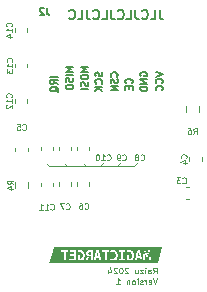
<source format=gbr>
%TF.GenerationSoftware,KiCad,Pcbnew,8.0.2-1*%
%TF.CreationDate,2024-05-28T17:37:15-06:00*%
%TF.ProjectId,magicreceiver,6d616769-6372-4656-9365-697665722e6b,rev?*%
%TF.SameCoordinates,Original*%
%TF.FileFunction,Legend,Bot*%
%TF.FilePolarity,Positive*%
%FSLAX46Y46*%
G04 Gerber Fmt 4.6, Leading zero omitted, Abs format (unit mm)*
G04 Created by KiCad (PCBNEW 8.0.2-1) date 2024-05-28 17:37:15*
%MOMM*%
%LPD*%
G01*
G04 APERTURE LIST*
%ADD10C,0.100000*%
%ADD11C,0.200000*%
%ADD12C,0.125000*%
%ADD13C,0.150000*%
%ADD14C,0.000000*%
%ADD15C,0.120000*%
G04 APERTURE END LIST*
D10*
X118745000Y-156667200D02*
X118821200Y-156667200D01*
X118567200Y-156489400D02*
X118745000Y-156667200D01*
X120142000Y-156489400D02*
X120319800Y-156667200D01*
X121691400Y-156464000D02*
X121894600Y-156667200D01*
X123393200Y-156337000D02*
X123037600Y-156667200D01*
X124866400Y-156337000D02*
X124536200Y-156667200D01*
X125996700Y-156667200D02*
X126326900Y-156337000D01*
X118770400Y-156667200D02*
X125984000Y-156667200D01*
D11*
X128125774Y-143414495D02*
X128125774Y-143985923D01*
X128125774Y-143985923D02*
X128163869Y-144100209D01*
X128163869Y-144100209D02*
X128240060Y-144176400D01*
X128240060Y-144176400D02*
X128354345Y-144214495D01*
X128354345Y-144214495D02*
X128430536Y-144214495D01*
X127363869Y-144214495D02*
X127744821Y-144214495D01*
X127744821Y-144214495D02*
X127744821Y-143414495D01*
X126640059Y-144138304D02*
X126678155Y-144176400D01*
X126678155Y-144176400D02*
X126792440Y-144214495D01*
X126792440Y-144214495D02*
X126868631Y-144214495D01*
X126868631Y-144214495D02*
X126982917Y-144176400D01*
X126982917Y-144176400D02*
X127059107Y-144100209D01*
X127059107Y-144100209D02*
X127097202Y-144024019D01*
X127097202Y-144024019D02*
X127135298Y-143871638D01*
X127135298Y-143871638D02*
X127135298Y-143757352D01*
X127135298Y-143757352D02*
X127097202Y-143604971D01*
X127097202Y-143604971D02*
X127059107Y-143528780D01*
X127059107Y-143528780D02*
X126982917Y-143452590D01*
X126982917Y-143452590D02*
X126868631Y-143414495D01*
X126868631Y-143414495D02*
X126792440Y-143414495D01*
X126792440Y-143414495D02*
X126678155Y-143452590D01*
X126678155Y-143452590D02*
X126640059Y-143490685D01*
X126068631Y-143414495D02*
X126068631Y-143985923D01*
X126068631Y-143985923D02*
X126106726Y-144100209D01*
X126106726Y-144100209D02*
X126182917Y-144176400D01*
X126182917Y-144176400D02*
X126297202Y-144214495D01*
X126297202Y-144214495D02*
X126373393Y-144214495D01*
X125306726Y-144214495D02*
X125687678Y-144214495D01*
X125687678Y-144214495D02*
X125687678Y-143414495D01*
X124582916Y-144138304D02*
X124621012Y-144176400D01*
X124621012Y-144176400D02*
X124735297Y-144214495D01*
X124735297Y-144214495D02*
X124811488Y-144214495D01*
X124811488Y-144214495D02*
X124925774Y-144176400D01*
X124925774Y-144176400D02*
X125001964Y-144100209D01*
X125001964Y-144100209D02*
X125040059Y-144024019D01*
X125040059Y-144024019D02*
X125078155Y-143871638D01*
X125078155Y-143871638D02*
X125078155Y-143757352D01*
X125078155Y-143757352D02*
X125040059Y-143604971D01*
X125040059Y-143604971D02*
X125001964Y-143528780D01*
X125001964Y-143528780D02*
X124925774Y-143452590D01*
X124925774Y-143452590D02*
X124811488Y-143414495D01*
X124811488Y-143414495D02*
X124735297Y-143414495D01*
X124735297Y-143414495D02*
X124621012Y-143452590D01*
X124621012Y-143452590D02*
X124582916Y-143490685D01*
X124011488Y-143414495D02*
X124011488Y-143985923D01*
X124011488Y-143985923D02*
X124049583Y-144100209D01*
X124049583Y-144100209D02*
X124125774Y-144176400D01*
X124125774Y-144176400D02*
X124240059Y-144214495D01*
X124240059Y-144214495D02*
X124316250Y-144214495D01*
X123249583Y-144214495D02*
X123630535Y-144214495D01*
X123630535Y-144214495D02*
X123630535Y-143414495D01*
X122525773Y-144138304D02*
X122563869Y-144176400D01*
X122563869Y-144176400D02*
X122678154Y-144214495D01*
X122678154Y-144214495D02*
X122754345Y-144214495D01*
X122754345Y-144214495D02*
X122868631Y-144176400D01*
X122868631Y-144176400D02*
X122944821Y-144100209D01*
X122944821Y-144100209D02*
X122982916Y-144024019D01*
X122982916Y-144024019D02*
X123021012Y-143871638D01*
X123021012Y-143871638D02*
X123021012Y-143757352D01*
X123021012Y-143757352D02*
X122982916Y-143604971D01*
X122982916Y-143604971D02*
X122944821Y-143528780D01*
X122944821Y-143528780D02*
X122868631Y-143452590D01*
X122868631Y-143452590D02*
X122754345Y-143414495D01*
X122754345Y-143414495D02*
X122678154Y-143414495D01*
X122678154Y-143414495D02*
X122563869Y-143452590D01*
X122563869Y-143452590D02*
X122525773Y-143490685D01*
X121954345Y-143414495D02*
X121954345Y-143985923D01*
X121954345Y-143985923D02*
X121992440Y-144100209D01*
X121992440Y-144100209D02*
X122068631Y-144176400D01*
X122068631Y-144176400D02*
X122182916Y-144214495D01*
X122182916Y-144214495D02*
X122259107Y-144214495D01*
X121192440Y-144214495D02*
X121573392Y-144214495D01*
X121573392Y-144214495D02*
X121573392Y-143414495D01*
X120468630Y-144138304D02*
X120506726Y-144176400D01*
X120506726Y-144176400D02*
X120621011Y-144214495D01*
X120621011Y-144214495D02*
X120697202Y-144214495D01*
X120697202Y-144214495D02*
X120811488Y-144176400D01*
X120811488Y-144176400D02*
X120887678Y-144100209D01*
X120887678Y-144100209D02*
X120925773Y-144024019D01*
X120925773Y-144024019D02*
X120963869Y-143871638D01*
X120963869Y-143871638D02*
X120963869Y-143757352D01*
X120963869Y-143757352D02*
X120925773Y-143604971D01*
X120925773Y-143604971D02*
X120887678Y-143528780D01*
X120887678Y-143528780D02*
X120811488Y-143452590D01*
X120811488Y-143452590D02*
X120697202Y-143414495D01*
X120697202Y-143414495D02*
X120621011Y-143414495D01*
X120621011Y-143414495D02*
X120506726Y-143452590D01*
X120506726Y-143452590D02*
X120468630Y-143490685D01*
D12*
X127579802Y-165743509D02*
X127746468Y-165505414D01*
X127865516Y-165743509D02*
X127865516Y-165243509D01*
X127865516Y-165243509D02*
X127675040Y-165243509D01*
X127675040Y-165243509D02*
X127627421Y-165267319D01*
X127627421Y-165267319D02*
X127603611Y-165291128D01*
X127603611Y-165291128D02*
X127579802Y-165338747D01*
X127579802Y-165338747D02*
X127579802Y-165410176D01*
X127579802Y-165410176D02*
X127603611Y-165457795D01*
X127603611Y-165457795D02*
X127627421Y-165481604D01*
X127627421Y-165481604D02*
X127675040Y-165505414D01*
X127675040Y-165505414D02*
X127865516Y-165505414D01*
X127151230Y-165743509D02*
X127151230Y-165481604D01*
X127151230Y-165481604D02*
X127175040Y-165433985D01*
X127175040Y-165433985D02*
X127222659Y-165410176D01*
X127222659Y-165410176D02*
X127317897Y-165410176D01*
X127317897Y-165410176D02*
X127365516Y-165433985D01*
X127151230Y-165719700D02*
X127198849Y-165743509D01*
X127198849Y-165743509D02*
X127317897Y-165743509D01*
X127317897Y-165743509D02*
X127365516Y-165719700D01*
X127365516Y-165719700D02*
X127389325Y-165672080D01*
X127389325Y-165672080D02*
X127389325Y-165624461D01*
X127389325Y-165624461D02*
X127365516Y-165576842D01*
X127365516Y-165576842D02*
X127317897Y-165553033D01*
X127317897Y-165553033D02*
X127198849Y-165553033D01*
X127198849Y-165553033D02*
X127151230Y-165529223D01*
X126913135Y-165743509D02*
X126913135Y-165410176D01*
X126913135Y-165243509D02*
X126936944Y-165267319D01*
X126936944Y-165267319D02*
X126913135Y-165291128D01*
X126913135Y-165291128D02*
X126889325Y-165267319D01*
X126889325Y-165267319D02*
X126913135Y-165243509D01*
X126913135Y-165243509D02*
X126913135Y-165291128D01*
X126722659Y-165410176D02*
X126460754Y-165410176D01*
X126460754Y-165410176D02*
X126722659Y-165743509D01*
X126722659Y-165743509D02*
X126460754Y-165743509D01*
X126055992Y-165410176D02*
X126055992Y-165743509D01*
X126270278Y-165410176D02*
X126270278Y-165672080D01*
X126270278Y-165672080D02*
X126246468Y-165719700D01*
X126246468Y-165719700D02*
X126198849Y-165743509D01*
X126198849Y-165743509D02*
X126127421Y-165743509D01*
X126127421Y-165743509D02*
X126079802Y-165719700D01*
X126079802Y-165719700D02*
X126055992Y-165695890D01*
X125460754Y-165291128D02*
X125436945Y-165267319D01*
X125436945Y-165267319D02*
X125389326Y-165243509D01*
X125389326Y-165243509D02*
X125270278Y-165243509D01*
X125270278Y-165243509D02*
X125222659Y-165267319D01*
X125222659Y-165267319D02*
X125198850Y-165291128D01*
X125198850Y-165291128D02*
X125175040Y-165338747D01*
X125175040Y-165338747D02*
X125175040Y-165386366D01*
X125175040Y-165386366D02*
X125198850Y-165457795D01*
X125198850Y-165457795D02*
X125484564Y-165743509D01*
X125484564Y-165743509D02*
X125175040Y-165743509D01*
X124865517Y-165243509D02*
X124817898Y-165243509D01*
X124817898Y-165243509D02*
X124770279Y-165267319D01*
X124770279Y-165267319D02*
X124746469Y-165291128D01*
X124746469Y-165291128D02*
X124722660Y-165338747D01*
X124722660Y-165338747D02*
X124698850Y-165433985D01*
X124698850Y-165433985D02*
X124698850Y-165553033D01*
X124698850Y-165553033D02*
X124722660Y-165648271D01*
X124722660Y-165648271D02*
X124746469Y-165695890D01*
X124746469Y-165695890D02*
X124770279Y-165719700D01*
X124770279Y-165719700D02*
X124817898Y-165743509D01*
X124817898Y-165743509D02*
X124865517Y-165743509D01*
X124865517Y-165743509D02*
X124913136Y-165719700D01*
X124913136Y-165719700D02*
X124936945Y-165695890D01*
X124936945Y-165695890D02*
X124960755Y-165648271D01*
X124960755Y-165648271D02*
X124984564Y-165553033D01*
X124984564Y-165553033D02*
X124984564Y-165433985D01*
X124984564Y-165433985D02*
X124960755Y-165338747D01*
X124960755Y-165338747D02*
X124936945Y-165291128D01*
X124936945Y-165291128D02*
X124913136Y-165267319D01*
X124913136Y-165267319D02*
X124865517Y-165243509D01*
X124508374Y-165291128D02*
X124484565Y-165267319D01*
X124484565Y-165267319D02*
X124436946Y-165243509D01*
X124436946Y-165243509D02*
X124317898Y-165243509D01*
X124317898Y-165243509D02*
X124270279Y-165267319D01*
X124270279Y-165267319D02*
X124246470Y-165291128D01*
X124246470Y-165291128D02*
X124222660Y-165338747D01*
X124222660Y-165338747D02*
X124222660Y-165386366D01*
X124222660Y-165386366D02*
X124246470Y-165457795D01*
X124246470Y-165457795D02*
X124532184Y-165743509D01*
X124532184Y-165743509D02*
X124222660Y-165743509D01*
X123794089Y-165410176D02*
X123794089Y-165743509D01*
X123913137Y-165219700D02*
X124032184Y-165576842D01*
X124032184Y-165576842D02*
X123722661Y-165576842D01*
X127902713Y-166157909D02*
X127736047Y-166657909D01*
X127736047Y-166657909D02*
X127569380Y-166157909D01*
X127212238Y-166634100D02*
X127259857Y-166657909D01*
X127259857Y-166657909D02*
X127355095Y-166657909D01*
X127355095Y-166657909D02*
X127402714Y-166634100D01*
X127402714Y-166634100D02*
X127426523Y-166586480D01*
X127426523Y-166586480D02*
X127426523Y-166396004D01*
X127426523Y-166396004D02*
X127402714Y-166348385D01*
X127402714Y-166348385D02*
X127355095Y-166324576D01*
X127355095Y-166324576D02*
X127259857Y-166324576D01*
X127259857Y-166324576D02*
X127212238Y-166348385D01*
X127212238Y-166348385D02*
X127188428Y-166396004D01*
X127188428Y-166396004D02*
X127188428Y-166443623D01*
X127188428Y-166443623D02*
X127426523Y-166491242D01*
X126974143Y-166657909D02*
X126974143Y-166324576D01*
X126974143Y-166419814D02*
X126950333Y-166372195D01*
X126950333Y-166372195D02*
X126926524Y-166348385D01*
X126926524Y-166348385D02*
X126878905Y-166324576D01*
X126878905Y-166324576D02*
X126831286Y-166324576D01*
X126688428Y-166634100D02*
X126640809Y-166657909D01*
X126640809Y-166657909D02*
X126545571Y-166657909D01*
X126545571Y-166657909D02*
X126497952Y-166634100D01*
X126497952Y-166634100D02*
X126474143Y-166586480D01*
X126474143Y-166586480D02*
X126474143Y-166562671D01*
X126474143Y-166562671D02*
X126497952Y-166515052D01*
X126497952Y-166515052D02*
X126545571Y-166491242D01*
X126545571Y-166491242D02*
X126617000Y-166491242D01*
X126617000Y-166491242D02*
X126664619Y-166467433D01*
X126664619Y-166467433D02*
X126688428Y-166419814D01*
X126688428Y-166419814D02*
X126688428Y-166396004D01*
X126688428Y-166396004D02*
X126664619Y-166348385D01*
X126664619Y-166348385D02*
X126617000Y-166324576D01*
X126617000Y-166324576D02*
X126545571Y-166324576D01*
X126545571Y-166324576D02*
X126497952Y-166348385D01*
X126259857Y-166657909D02*
X126259857Y-166324576D01*
X126259857Y-166157909D02*
X126283666Y-166181719D01*
X126283666Y-166181719D02*
X126259857Y-166205528D01*
X126259857Y-166205528D02*
X126236047Y-166181719D01*
X126236047Y-166181719D02*
X126259857Y-166157909D01*
X126259857Y-166157909D02*
X126259857Y-166205528D01*
X125950333Y-166657909D02*
X125997952Y-166634100D01*
X125997952Y-166634100D02*
X126021762Y-166610290D01*
X126021762Y-166610290D02*
X126045571Y-166562671D01*
X126045571Y-166562671D02*
X126045571Y-166419814D01*
X126045571Y-166419814D02*
X126021762Y-166372195D01*
X126021762Y-166372195D02*
X125997952Y-166348385D01*
X125997952Y-166348385D02*
X125950333Y-166324576D01*
X125950333Y-166324576D02*
X125878905Y-166324576D01*
X125878905Y-166324576D02*
X125831286Y-166348385D01*
X125831286Y-166348385D02*
X125807476Y-166372195D01*
X125807476Y-166372195D02*
X125783667Y-166419814D01*
X125783667Y-166419814D02*
X125783667Y-166562671D01*
X125783667Y-166562671D02*
X125807476Y-166610290D01*
X125807476Y-166610290D02*
X125831286Y-166634100D01*
X125831286Y-166634100D02*
X125878905Y-166657909D01*
X125878905Y-166657909D02*
X125950333Y-166657909D01*
X125569381Y-166324576D02*
X125569381Y-166657909D01*
X125569381Y-166372195D02*
X125545571Y-166348385D01*
X125545571Y-166348385D02*
X125497952Y-166324576D01*
X125497952Y-166324576D02*
X125426524Y-166324576D01*
X125426524Y-166324576D02*
X125378905Y-166348385D01*
X125378905Y-166348385D02*
X125355095Y-166396004D01*
X125355095Y-166396004D02*
X125355095Y-166657909D01*
X124474143Y-166657909D02*
X124759857Y-166657909D01*
X124617000Y-166657909D02*
X124617000Y-166157909D01*
X124617000Y-166157909D02*
X124664619Y-166229338D01*
X124664619Y-166229338D02*
X124712238Y-166276957D01*
X124712238Y-166276957D02*
X124759857Y-166300766D01*
X123664228Y-156107790D02*
X123688037Y-156131600D01*
X123688037Y-156131600D02*
X123759466Y-156155409D01*
X123759466Y-156155409D02*
X123807085Y-156155409D01*
X123807085Y-156155409D02*
X123878513Y-156131600D01*
X123878513Y-156131600D02*
X123926132Y-156083980D01*
X123926132Y-156083980D02*
X123949942Y-156036361D01*
X123949942Y-156036361D02*
X123973751Y-155941123D01*
X123973751Y-155941123D02*
X123973751Y-155869695D01*
X123973751Y-155869695D02*
X123949942Y-155774457D01*
X123949942Y-155774457D02*
X123926132Y-155726838D01*
X123926132Y-155726838D02*
X123878513Y-155679219D01*
X123878513Y-155679219D02*
X123807085Y-155655409D01*
X123807085Y-155655409D02*
X123759466Y-155655409D01*
X123759466Y-155655409D02*
X123688037Y-155679219D01*
X123688037Y-155679219D02*
X123664228Y-155703028D01*
X123188037Y-156155409D02*
X123473751Y-156155409D01*
X123330894Y-156155409D02*
X123330894Y-155655409D01*
X123330894Y-155655409D02*
X123378513Y-155726838D01*
X123378513Y-155726838D02*
X123426132Y-155774457D01*
X123426132Y-155774457D02*
X123473751Y-155798266D01*
X122878514Y-155655409D02*
X122830895Y-155655409D01*
X122830895Y-155655409D02*
X122783276Y-155679219D01*
X122783276Y-155679219D02*
X122759466Y-155703028D01*
X122759466Y-155703028D02*
X122735657Y-155750647D01*
X122735657Y-155750647D02*
X122711847Y-155845885D01*
X122711847Y-155845885D02*
X122711847Y-155964933D01*
X122711847Y-155964933D02*
X122735657Y-156060171D01*
X122735657Y-156060171D02*
X122759466Y-156107790D01*
X122759466Y-156107790D02*
X122783276Y-156131600D01*
X122783276Y-156131600D02*
X122830895Y-156155409D01*
X122830895Y-156155409D02*
X122878514Y-156155409D01*
X122878514Y-156155409D02*
X122926133Y-156131600D01*
X122926133Y-156131600D02*
X122949942Y-156107790D01*
X122949942Y-156107790D02*
X122973752Y-156060171D01*
X122973752Y-156060171D02*
X122997561Y-155964933D01*
X122997561Y-155964933D02*
X122997561Y-155845885D01*
X122997561Y-155845885D02*
X122973752Y-155750647D01*
X122973752Y-155750647D02*
X122949942Y-155703028D01*
X122949942Y-155703028D02*
X122926133Y-155679219D01*
X122926133Y-155679219D02*
X122878514Y-155655409D01*
X115620190Y-147811371D02*
X115644000Y-147787562D01*
X115644000Y-147787562D02*
X115667809Y-147716133D01*
X115667809Y-147716133D02*
X115667809Y-147668514D01*
X115667809Y-147668514D02*
X115644000Y-147597086D01*
X115644000Y-147597086D02*
X115596380Y-147549467D01*
X115596380Y-147549467D02*
X115548761Y-147525657D01*
X115548761Y-147525657D02*
X115453523Y-147501848D01*
X115453523Y-147501848D02*
X115382095Y-147501848D01*
X115382095Y-147501848D02*
X115286857Y-147525657D01*
X115286857Y-147525657D02*
X115239238Y-147549467D01*
X115239238Y-147549467D02*
X115191619Y-147597086D01*
X115191619Y-147597086D02*
X115167809Y-147668514D01*
X115167809Y-147668514D02*
X115167809Y-147716133D01*
X115167809Y-147716133D02*
X115191619Y-147787562D01*
X115191619Y-147787562D02*
X115215428Y-147811371D01*
X115667809Y-148287562D02*
X115667809Y-148001848D01*
X115667809Y-148144705D02*
X115167809Y-148144705D01*
X115167809Y-148144705D02*
X115239238Y-148097086D01*
X115239238Y-148097086D02*
X115286857Y-148049467D01*
X115286857Y-148049467D02*
X115310666Y-148001848D01*
X115167809Y-148454228D02*
X115167809Y-148763752D01*
X115167809Y-148763752D02*
X115358285Y-148597085D01*
X115358285Y-148597085D02*
X115358285Y-148668514D01*
X115358285Y-148668514D02*
X115382095Y-148716133D01*
X115382095Y-148716133D02*
X115405904Y-148739942D01*
X115405904Y-148739942D02*
X115453523Y-148763752D01*
X115453523Y-148763752D02*
X115572571Y-148763752D01*
X115572571Y-148763752D02*
X115620190Y-148739942D01*
X115620190Y-148739942D02*
X115644000Y-148716133D01*
X115644000Y-148716133D02*
X115667809Y-148668514D01*
X115667809Y-148668514D02*
X115667809Y-148525657D01*
X115667809Y-148525657D02*
X115644000Y-148478038D01*
X115644000Y-148478038D02*
X115620190Y-148454228D01*
X121774733Y-160235590D02*
X121798542Y-160259400D01*
X121798542Y-160259400D02*
X121869971Y-160283209D01*
X121869971Y-160283209D02*
X121917590Y-160283209D01*
X121917590Y-160283209D02*
X121989018Y-160259400D01*
X121989018Y-160259400D02*
X122036637Y-160211780D01*
X122036637Y-160211780D02*
X122060447Y-160164161D01*
X122060447Y-160164161D02*
X122084256Y-160068923D01*
X122084256Y-160068923D02*
X122084256Y-159997495D01*
X122084256Y-159997495D02*
X122060447Y-159902257D01*
X122060447Y-159902257D02*
X122036637Y-159854638D01*
X122036637Y-159854638D02*
X121989018Y-159807019D01*
X121989018Y-159807019D02*
X121917590Y-159783209D01*
X121917590Y-159783209D02*
X121869971Y-159783209D01*
X121869971Y-159783209D02*
X121798542Y-159807019D01*
X121798542Y-159807019D02*
X121774733Y-159830828D01*
X121346161Y-159783209D02*
X121441399Y-159783209D01*
X121441399Y-159783209D02*
X121489018Y-159807019D01*
X121489018Y-159807019D02*
X121512828Y-159830828D01*
X121512828Y-159830828D02*
X121560447Y-159902257D01*
X121560447Y-159902257D02*
X121584256Y-159997495D01*
X121584256Y-159997495D02*
X121584256Y-160187971D01*
X121584256Y-160187971D02*
X121560447Y-160235590D01*
X121560447Y-160235590D02*
X121536637Y-160259400D01*
X121536637Y-160259400D02*
X121489018Y-160283209D01*
X121489018Y-160283209D02*
X121393780Y-160283209D01*
X121393780Y-160283209D02*
X121346161Y-160259400D01*
X121346161Y-160259400D02*
X121322352Y-160235590D01*
X121322352Y-160235590D02*
X121298542Y-160187971D01*
X121298542Y-160187971D02*
X121298542Y-160068923D01*
X121298542Y-160068923D02*
X121322352Y-160021304D01*
X121322352Y-160021304D02*
X121346161Y-159997495D01*
X121346161Y-159997495D02*
X121393780Y-159973685D01*
X121393780Y-159973685D02*
X121489018Y-159973685D01*
X121489018Y-159973685D02*
X121536637Y-159997495D01*
X121536637Y-159997495D02*
X121560447Y-160021304D01*
X121560447Y-160021304D02*
X121584256Y-160068923D01*
X130367190Y-155974266D02*
X130391000Y-155950457D01*
X130391000Y-155950457D02*
X130414809Y-155879028D01*
X130414809Y-155879028D02*
X130414809Y-155831409D01*
X130414809Y-155831409D02*
X130391000Y-155759981D01*
X130391000Y-155759981D02*
X130343380Y-155712362D01*
X130343380Y-155712362D02*
X130295761Y-155688552D01*
X130295761Y-155688552D02*
X130200523Y-155664743D01*
X130200523Y-155664743D02*
X130129095Y-155664743D01*
X130129095Y-155664743D02*
X130033857Y-155688552D01*
X130033857Y-155688552D02*
X129986238Y-155712362D01*
X129986238Y-155712362D02*
X129938619Y-155759981D01*
X129938619Y-155759981D02*
X129914809Y-155831409D01*
X129914809Y-155831409D02*
X129914809Y-155879028D01*
X129914809Y-155879028D02*
X129938619Y-155950457D01*
X129938619Y-155950457D02*
X129962428Y-155974266D01*
X130081476Y-156402838D02*
X130414809Y-156402838D01*
X129891000Y-156283790D02*
X130248142Y-156164743D01*
X130248142Y-156164743D02*
X130248142Y-156474266D01*
X130057133Y-158063590D02*
X130080942Y-158087400D01*
X130080942Y-158087400D02*
X130152371Y-158111209D01*
X130152371Y-158111209D02*
X130199990Y-158111209D01*
X130199990Y-158111209D02*
X130271418Y-158087400D01*
X130271418Y-158087400D02*
X130319037Y-158039780D01*
X130319037Y-158039780D02*
X130342847Y-157992161D01*
X130342847Y-157992161D02*
X130366656Y-157896923D01*
X130366656Y-157896923D02*
X130366656Y-157825495D01*
X130366656Y-157825495D02*
X130342847Y-157730257D01*
X130342847Y-157730257D02*
X130319037Y-157682638D01*
X130319037Y-157682638D02*
X130271418Y-157635019D01*
X130271418Y-157635019D02*
X130199990Y-157611209D01*
X130199990Y-157611209D02*
X130152371Y-157611209D01*
X130152371Y-157611209D02*
X130080942Y-157635019D01*
X130080942Y-157635019D02*
X130057133Y-157658828D01*
X129890466Y-157611209D02*
X129580942Y-157611209D01*
X129580942Y-157611209D02*
X129747609Y-157801685D01*
X129747609Y-157801685D02*
X129676180Y-157801685D01*
X129676180Y-157801685D02*
X129628561Y-157825495D01*
X129628561Y-157825495D02*
X129604752Y-157849304D01*
X129604752Y-157849304D02*
X129580942Y-157896923D01*
X129580942Y-157896923D02*
X129580942Y-158015971D01*
X129580942Y-158015971D02*
X129604752Y-158063590D01*
X129604752Y-158063590D02*
X129628561Y-158087400D01*
X129628561Y-158087400D02*
X129676180Y-158111209D01*
X129676180Y-158111209D02*
X129819037Y-158111209D01*
X129819037Y-158111209D02*
X129866656Y-158087400D01*
X129866656Y-158087400D02*
X129890466Y-158063590D01*
X115569390Y-144814171D02*
X115593200Y-144790362D01*
X115593200Y-144790362D02*
X115617009Y-144718933D01*
X115617009Y-144718933D02*
X115617009Y-144671314D01*
X115617009Y-144671314D02*
X115593200Y-144599886D01*
X115593200Y-144599886D02*
X115545580Y-144552267D01*
X115545580Y-144552267D02*
X115497961Y-144528457D01*
X115497961Y-144528457D02*
X115402723Y-144504648D01*
X115402723Y-144504648D02*
X115331295Y-144504648D01*
X115331295Y-144504648D02*
X115236057Y-144528457D01*
X115236057Y-144528457D02*
X115188438Y-144552267D01*
X115188438Y-144552267D02*
X115140819Y-144599886D01*
X115140819Y-144599886D02*
X115117009Y-144671314D01*
X115117009Y-144671314D02*
X115117009Y-144718933D01*
X115117009Y-144718933D02*
X115140819Y-144790362D01*
X115140819Y-144790362D02*
X115164628Y-144814171D01*
X115617009Y-145290362D02*
X115617009Y-145004648D01*
X115617009Y-145147505D02*
X115117009Y-145147505D01*
X115117009Y-145147505D02*
X115188438Y-145099886D01*
X115188438Y-145099886D02*
X115236057Y-145052267D01*
X115236057Y-145052267D02*
X115259866Y-145004648D01*
X115283676Y-145718933D02*
X115617009Y-145718933D01*
X115093200Y-145599885D02*
X115450342Y-145480838D01*
X115450342Y-145480838D02*
X115450342Y-145790361D01*
X118888028Y-160286390D02*
X118911837Y-160310200D01*
X118911837Y-160310200D02*
X118983266Y-160334009D01*
X118983266Y-160334009D02*
X119030885Y-160334009D01*
X119030885Y-160334009D02*
X119102313Y-160310200D01*
X119102313Y-160310200D02*
X119149932Y-160262580D01*
X119149932Y-160262580D02*
X119173742Y-160214961D01*
X119173742Y-160214961D02*
X119197551Y-160119723D01*
X119197551Y-160119723D02*
X119197551Y-160048295D01*
X119197551Y-160048295D02*
X119173742Y-159953057D01*
X119173742Y-159953057D02*
X119149932Y-159905438D01*
X119149932Y-159905438D02*
X119102313Y-159857819D01*
X119102313Y-159857819D02*
X119030885Y-159834009D01*
X119030885Y-159834009D02*
X118983266Y-159834009D01*
X118983266Y-159834009D02*
X118911837Y-159857819D01*
X118911837Y-159857819D02*
X118888028Y-159881628D01*
X118411837Y-160334009D02*
X118697551Y-160334009D01*
X118554694Y-160334009D02*
X118554694Y-159834009D01*
X118554694Y-159834009D02*
X118602313Y-159905438D01*
X118602313Y-159905438D02*
X118649932Y-159953057D01*
X118649932Y-159953057D02*
X118697551Y-159976866D01*
X117935647Y-160334009D02*
X118221361Y-160334009D01*
X118078504Y-160334009D02*
X118078504Y-159834009D01*
X118078504Y-159834009D02*
X118126123Y-159905438D01*
X118126123Y-159905438D02*
X118173742Y-159953057D01*
X118173742Y-159953057D02*
X118221361Y-159976866D01*
D13*
X118564000Y-143230571D02*
X118564000Y-143659142D01*
X118564000Y-143659142D02*
X118592571Y-143744857D01*
X118592571Y-143744857D02*
X118649714Y-143802000D01*
X118649714Y-143802000D02*
X118735428Y-143830571D01*
X118735428Y-143830571D02*
X118792571Y-143830571D01*
X118306857Y-143287714D02*
X118278285Y-143259142D01*
X118278285Y-143259142D02*
X118221143Y-143230571D01*
X118221143Y-143230571D02*
X118078285Y-143230571D01*
X118078285Y-143230571D02*
X118021143Y-143259142D01*
X118021143Y-143259142D02*
X117992571Y-143287714D01*
X117992571Y-143287714D02*
X117964000Y-143344857D01*
X117964000Y-143344857D02*
X117964000Y-143402000D01*
X117964000Y-143402000D02*
X117992571Y-143487714D01*
X117992571Y-143487714D02*
X118335428Y-143830571D01*
X118335428Y-143830571D02*
X117964000Y-143830571D01*
X123252600Y-148715571D02*
X123281171Y-148801286D01*
X123281171Y-148801286D02*
X123281171Y-148944143D01*
X123281171Y-148944143D02*
X123252600Y-149001286D01*
X123252600Y-149001286D02*
X123224028Y-149029857D01*
X123224028Y-149029857D02*
X123166885Y-149058428D01*
X123166885Y-149058428D02*
X123109742Y-149058428D01*
X123109742Y-149058428D02*
X123052600Y-149029857D01*
X123052600Y-149029857D02*
X123024028Y-149001286D01*
X123024028Y-149001286D02*
X122995457Y-148944143D01*
X122995457Y-148944143D02*
X122966885Y-148829857D01*
X122966885Y-148829857D02*
X122938314Y-148772714D01*
X122938314Y-148772714D02*
X122909742Y-148744143D01*
X122909742Y-148744143D02*
X122852600Y-148715571D01*
X122852600Y-148715571D02*
X122795457Y-148715571D01*
X122795457Y-148715571D02*
X122738314Y-148744143D01*
X122738314Y-148744143D02*
X122709742Y-148772714D01*
X122709742Y-148772714D02*
X122681171Y-148829857D01*
X122681171Y-148829857D02*
X122681171Y-148972714D01*
X122681171Y-148972714D02*
X122709742Y-149058428D01*
X123224028Y-149658429D02*
X123252600Y-149629857D01*
X123252600Y-149629857D02*
X123281171Y-149544143D01*
X123281171Y-149544143D02*
X123281171Y-149487000D01*
X123281171Y-149487000D02*
X123252600Y-149401286D01*
X123252600Y-149401286D02*
X123195457Y-149344143D01*
X123195457Y-149344143D02*
X123138314Y-149315572D01*
X123138314Y-149315572D02*
X123024028Y-149287000D01*
X123024028Y-149287000D02*
X122938314Y-149287000D01*
X122938314Y-149287000D02*
X122824028Y-149315572D01*
X122824028Y-149315572D02*
X122766885Y-149344143D01*
X122766885Y-149344143D02*
X122709742Y-149401286D01*
X122709742Y-149401286D02*
X122681171Y-149487000D01*
X122681171Y-149487000D02*
X122681171Y-149544143D01*
X122681171Y-149544143D02*
X122709742Y-149629857D01*
X122709742Y-149629857D02*
X122738314Y-149658429D01*
X123281171Y-149915572D02*
X122681171Y-149915572D01*
X123281171Y-150258429D02*
X122938314Y-150001286D01*
X122681171Y-150258429D02*
X123024028Y-149915572D01*
X126509742Y-149029857D02*
X126481171Y-148972715D01*
X126481171Y-148972715D02*
X126481171Y-148887000D01*
X126481171Y-148887000D02*
X126509742Y-148801286D01*
X126509742Y-148801286D02*
X126566885Y-148744143D01*
X126566885Y-148744143D02*
X126624028Y-148715572D01*
X126624028Y-148715572D02*
X126738314Y-148687000D01*
X126738314Y-148687000D02*
X126824028Y-148687000D01*
X126824028Y-148687000D02*
X126938314Y-148715572D01*
X126938314Y-148715572D02*
X126995457Y-148744143D01*
X126995457Y-148744143D02*
X127052600Y-148801286D01*
X127052600Y-148801286D02*
X127081171Y-148887000D01*
X127081171Y-148887000D02*
X127081171Y-148944143D01*
X127081171Y-148944143D02*
X127052600Y-149029857D01*
X127052600Y-149029857D02*
X127024028Y-149058429D01*
X127024028Y-149058429D02*
X126824028Y-149058429D01*
X126824028Y-149058429D02*
X126824028Y-148944143D01*
X127081171Y-149315572D02*
X126481171Y-149315572D01*
X126481171Y-149315572D02*
X127081171Y-149658429D01*
X127081171Y-149658429D02*
X126481171Y-149658429D01*
X127081171Y-149944143D02*
X126481171Y-149944143D01*
X126481171Y-149944143D02*
X126481171Y-150087000D01*
X126481171Y-150087000D02*
X126509742Y-150172714D01*
X126509742Y-150172714D02*
X126566885Y-150229857D01*
X126566885Y-150229857D02*
X126624028Y-150258428D01*
X126624028Y-150258428D02*
X126738314Y-150287000D01*
X126738314Y-150287000D02*
X126824028Y-150287000D01*
X126824028Y-150287000D02*
X126938314Y-150258428D01*
X126938314Y-150258428D02*
X126995457Y-150229857D01*
X126995457Y-150229857D02*
X127052600Y-150172714D01*
X127052600Y-150172714D02*
X127081171Y-150087000D01*
X127081171Y-150087000D02*
X127081171Y-149944143D01*
X120781171Y-148244143D02*
X120181171Y-148244143D01*
X120181171Y-148244143D02*
X120609742Y-148444143D01*
X120609742Y-148444143D02*
X120181171Y-148644143D01*
X120181171Y-148644143D02*
X120781171Y-148644143D01*
X120781171Y-148929857D02*
X120181171Y-148929857D01*
X120752600Y-149186999D02*
X120781171Y-149272714D01*
X120781171Y-149272714D02*
X120781171Y-149415571D01*
X120781171Y-149415571D02*
X120752600Y-149472714D01*
X120752600Y-149472714D02*
X120724028Y-149501285D01*
X120724028Y-149501285D02*
X120666885Y-149529856D01*
X120666885Y-149529856D02*
X120609742Y-149529856D01*
X120609742Y-149529856D02*
X120552600Y-149501285D01*
X120552600Y-149501285D02*
X120524028Y-149472714D01*
X120524028Y-149472714D02*
X120495457Y-149415571D01*
X120495457Y-149415571D02*
X120466885Y-149301285D01*
X120466885Y-149301285D02*
X120438314Y-149244142D01*
X120438314Y-149244142D02*
X120409742Y-149215571D01*
X120409742Y-149215571D02*
X120352600Y-149186999D01*
X120352600Y-149186999D02*
X120295457Y-149186999D01*
X120295457Y-149186999D02*
X120238314Y-149215571D01*
X120238314Y-149215571D02*
X120209742Y-149244142D01*
X120209742Y-149244142D02*
X120181171Y-149301285D01*
X120181171Y-149301285D02*
X120181171Y-149444142D01*
X120181171Y-149444142D02*
X120209742Y-149529856D01*
X120181171Y-149901285D02*
X120181171Y-150015571D01*
X120181171Y-150015571D02*
X120209742Y-150072714D01*
X120209742Y-150072714D02*
X120266885Y-150129857D01*
X120266885Y-150129857D02*
X120381171Y-150158428D01*
X120381171Y-150158428D02*
X120581171Y-150158428D01*
X120581171Y-150158428D02*
X120695457Y-150129857D01*
X120695457Y-150129857D02*
X120752600Y-150072714D01*
X120752600Y-150072714D02*
X120781171Y-150015571D01*
X120781171Y-150015571D02*
X120781171Y-149901285D01*
X120781171Y-149901285D02*
X120752600Y-149844143D01*
X120752600Y-149844143D02*
X120695457Y-149787000D01*
X120695457Y-149787000D02*
X120581171Y-149758428D01*
X120581171Y-149758428D02*
X120381171Y-149758428D01*
X120381171Y-149758428D02*
X120266885Y-149787000D01*
X120266885Y-149787000D02*
X120209742Y-149844143D01*
X120209742Y-149844143D02*
X120181171Y-149901285D01*
X125774028Y-149651286D02*
X125802600Y-149622714D01*
X125802600Y-149622714D02*
X125831171Y-149537000D01*
X125831171Y-149537000D02*
X125831171Y-149479857D01*
X125831171Y-149479857D02*
X125802600Y-149394143D01*
X125802600Y-149394143D02*
X125745457Y-149337000D01*
X125745457Y-149337000D02*
X125688314Y-149308429D01*
X125688314Y-149308429D02*
X125574028Y-149279857D01*
X125574028Y-149279857D02*
X125488314Y-149279857D01*
X125488314Y-149279857D02*
X125374028Y-149308429D01*
X125374028Y-149308429D02*
X125316885Y-149337000D01*
X125316885Y-149337000D02*
X125259742Y-149394143D01*
X125259742Y-149394143D02*
X125231171Y-149479857D01*
X125231171Y-149479857D02*
X125231171Y-149537000D01*
X125231171Y-149537000D02*
X125259742Y-149622714D01*
X125259742Y-149622714D02*
X125288314Y-149651286D01*
X125516885Y-149908429D02*
X125516885Y-150108429D01*
X125831171Y-150194143D02*
X125831171Y-149908429D01*
X125831171Y-149908429D02*
X125231171Y-149908429D01*
X125231171Y-149908429D02*
X125231171Y-150194143D01*
X122081171Y-148244143D02*
X121481171Y-148244143D01*
X121481171Y-148244143D02*
X121909742Y-148444143D01*
X121909742Y-148444143D02*
X121481171Y-148644143D01*
X121481171Y-148644143D02*
X122081171Y-148644143D01*
X121481171Y-149044142D02*
X121481171Y-149158428D01*
X121481171Y-149158428D02*
X121509742Y-149215571D01*
X121509742Y-149215571D02*
X121566885Y-149272714D01*
X121566885Y-149272714D02*
X121681171Y-149301285D01*
X121681171Y-149301285D02*
X121881171Y-149301285D01*
X121881171Y-149301285D02*
X121995457Y-149272714D01*
X121995457Y-149272714D02*
X122052600Y-149215571D01*
X122052600Y-149215571D02*
X122081171Y-149158428D01*
X122081171Y-149158428D02*
X122081171Y-149044142D01*
X122081171Y-149044142D02*
X122052600Y-148987000D01*
X122052600Y-148987000D02*
X121995457Y-148929857D01*
X121995457Y-148929857D02*
X121881171Y-148901285D01*
X121881171Y-148901285D02*
X121681171Y-148901285D01*
X121681171Y-148901285D02*
X121566885Y-148929857D01*
X121566885Y-148929857D02*
X121509742Y-148987000D01*
X121509742Y-148987000D02*
X121481171Y-149044142D01*
X122052600Y-149529856D02*
X122081171Y-149615571D01*
X122081171Y-149615571D02*
X122081171Y-149758428D01*
X122081171Y-149758428D02*
X122052600Y-149815571D01*
X122052600Y-149815571D02*
X122024028Y-149844142D01*
X122024028Y-149844142D02*
X121966885Y-149872713D01*
X121966885Y-149872713D02*
X121909742Y-149872713D01*
X121909742Y-149872713D02*
X121852600Y-149844142D01*
X121852600Y-149844142D02*
X121824028Y-149815571D01*
X121824028Y-149815571D02*
X121795457Y-149758428D01*
X121795457Y-149758428D02*
X121766885Y-149644142D01*
X121766885Y-149644142D02*
X121738314Y-149586999D01*
X121738314Y-149586999D02*
X121709742Y-149558428D01*
X121709742Y-149558428D02*
X121652600Y-149529856D01*
X121652600Y-149529856D02*
X121595457Y-149529856D01*
X121595457Y-149529856D02*
X121538314Y-149558428D01*
X121538314Y-149558428D02*
X121509742Y-149586999D01*
X121509742Y-149586999D02*
X121481171Y-149644142D01*
X121481171Y-149644142D02*
X121481171Y-149786999D01*
X121481171Y-149786999D02*
X121509742Y-149872713D01*
X122081171Y-150129857D02*
X121481171Y-150129857D01*
X119481171Y-149072715D02*
X118881171Y-149072715D01*
X119481171Y-149701286D02*
X119195457Y-149501286D01*
X119481171Y-149358429D02*
X118881171Y-149358429D01*
X118881171Y-149358429D02*
X118881171Y-149587000D01*
X118881171Y-149587000D02*
X118909742Y-149644143D01*
X118909742Y-149644143D02*
X118938314Y-149672714D01*
X118938314Y-149672714D02*
X118995457Y-149701286D01*
X118995457Y-149701286D02*
X119081171Y-149701286D01*
X119081171Y-149701286D02*
X119138314Y-149672714D01*
X119138314Y-149672714D02*
X119166885Y-149644143D01*
X119166885Y-149644143D02*
X119195457Y-149587000D01*
X119195457Y-149587000D02*
X119195457Y-149358429D01*
X119538314Y-150358429D02*
X119509742Y-150301286D01*
X119509742Y-150301286D02*
X119452600Y-150244143D01*
X119452600Y-150244143D02*
X119366885Y-150158429D01*
X119366885Y-150158429D02*
X119338314Y-150101286D01*
X119338314Y-150101286D02*
X119338314Y-150044143D01*
X119481171Y-150072714D02*
X119452600Y-150015572D01*
X119452600Y-150015572D02*
X119395457Y-149958429D01*
X119395457Y-149958429D02*
X119281171Y-149929857D01*
X119281171Y-149929857D02*
X119081171Y-149929857D01*
X119081171Y-149929857D02*
X118966885Y-149958429D01*
X118966885Y-149958429D02*
X118909742Y-150015572D01*
X118909742Y-150015572D02*
X118881171Y-150072714D01*
X118881171Y-150072714D02*
X118881171Y-150187000D01*
X118881171Y-150187000D02*
X118909742Y-150244143D01*
X118909742Y-150244143D02*
X118966885Y-150301286D01*
X118966885Y-150301286D02*
X119081171Y-150329857D01*
X119081171Y-150329857D02*
X119281171Y-150329857D01*
X119281171Y-150329857D02*
X119395457Y-150301286D01*
X119395457Y-150301286D02*
X119452600Y-150244143D01*
X119452600Y-150244143D02*
X119481171Y-150187000D01*
X119481171Y-150187000D02*
X119481171Y-150072714D01*
X127781171Y-148686999D02*
X128381171Y-148886999D01*
X128381171Y-148886999D02*
X127781171Y-149086999D01*
X128324028Y-149629857D02*
X128352600Y-149601285D01*
X128352600Y-149601285D02*
X128381171Y-149515571D01*
X128381171Y-149515571D02*
X128381171Y-149458428D01*
X128381171Y-149458428D02*
X128352600Y-149372714D01*
X128352600Y-149372714D02*
X128295457Y-149315571D01*
X128295457Y-149315571D02*
X128238314Y-149287000D01*
X128238314Y-149287000D02*
X128124028Y-149258428D01*
X128124028Y-149258428D02*
X128038314Y-149258428D01*
X128038314Y-149258428D02*
X127924028Y-149287000D01*
X127924028Y-149287000D02*
X127866885Y-149315571D01*
X127866885Y-149315571D02*
X127809742Y-149372714D01*
X127809742Y-149372714D02*
X127781171Y-149458428D01*
X127781171Y-149458428D02*
X127781171Y-149515571D01*
X127781171Y-149515571D02*
X127809742Y-149601285D01*
X127809742Y-149601285D02*
X127838314Y-149629857D01*
X128324028Y-150229857D02*
X128352600Y-150201285D01*
X128352600Y-150201285D02*
X128381171Y-150115571D01*
X128381171Y-150115571D02*
X128381171Y-150058428D01*
X128381171Y-150058428D02*
X128352600Y-149972714D01*
X128352600Y-149972714D02*
X128295457Y-149915571D01*
X128295457Y-149915571D02*
X128238314Y-149887000D01*
X128238314Y-149887000D02*
X128124028Y-149858428D01*
X128124028Y-149858428D02*
X128038314Y-149858428D01*
X128038314Y-149858428D02*
X127924028Y-149887000D01*
X127924028Y-149887000D02*
X127866885Y-149915571D01*
X127866885Y-149915571D02*
X127809742Y-149972714D01*
X127809742Y-149972714D02*
X127781171Y-150058428D01*
X127781171Y-150058428D02*
X127781171Y-150115571D01*
X127781171Y-150115571D02*
X127809742Y-150201285D01*
X127809742Y-150201285D02*
X127838314Y-150229857D01*
X124524028Y-149072714D02*
X124552600Y-149044142D01*
X124552600Y-149044142D02*
X124581171Y-148958428D01*
X124581171Y-148958428D02*
X124581171Y-148901285D01*
X124581171Y-148901285D02*
X124552600Y-148815571D01*
X124552600Y-148815571D02*
X124495457Y-148758428D01*
X124495457Y-148758428D02*
X124438314Y-148729857D01*
X124438314Y-148729857D02*
X124324028Y-148701285D01*
X124324028Y-148701285D02*
X124238314Y-148701285D01*
X124238314Y-148701285D02*
X124124028Y-148729857D01*
X124124028Y-148729857D02*
X124066885Y-148758428D01*
X124066885Y-148758428D02*
X124009742Y-148815571D01*
X124009742Y-148815571D02*
X123981171Y-148901285D01*
X123981171Y-148901285D02*
X123981171Y-148958428D01*
X123981171Y-148958428D02*
X124009742Y-149044142D01*
X124009742Y-149044142D02*
X124038314Y-149072714D01*
X124552600Y-149301285D02*
X124581171Y-149387000D01*
X124581171Y-149387000D02*
X124581171Y-149529857D01*
X124581171Y-149529857D02*
X124552600Y-149587000D01*
X124552600Y-149587000D02*
X124524028Y-149615571D01*
X124524028Y-149615571D02*
X124466885Y-149644142D01*
X124466885Y-149644142D02*
X124409742Y-149644142D01*
X124409742Y-149644142D02*
X124352600Y-149615571D01*
X124352600Y-149615571D02*
X124324028Y-149587000D01*
X124324028Y-149587000D02*
X124295457Y-149529857D01*
X124295457Y-149529857D02*
X124266885Y-149415571D01*
X124266885Y-149415571D02*
X124238314Y-149358428D01*
X124238314Y-149358428D02*
X124209742Y-149329857D01*
X124209742Y-149329857D02*
X124152600Y-149301285D01*
X124152600Y-149301285D02*
X124095457Y-149301285D01*
X124095457Y-149301285D02*
X124038314Y-149329857D01*
X124038314Y-149329857D02*
X124009742Y-149358428D01*
X124009742Y-149358428D02*
X123981171Y-149415571D01*
X123981171Y-149415571D02*
X123981171Y-149558428D01*
X123981171Y-149558428D02*
X124009742Y-149644142D01*
X124581171Y-149901286D02*
X123981171Y-149901286D01*
X123981171Y-149901286D02*
X124581171Y-150244143D01*
X124581171Y-150244143D02*
X123981171Y-150244143D01*
D12*
X120199933Y-160260990D02*
X120223742Y-160284800D01*
X120223742Y-160284800D02*
X120295171Y-160308609D01*
X120295171Y-160308609D02*
X120342790Y-160308609D01*
X120342790Y-160308609D02*
X120414218Y-160284800D01*
X120414218Y-160284800D02*
X120461837Y-160237180D01*
X120461837Y-160237180D02*
X120485647Y-160189561D01*
X120485647Y-160189561D02*
X120509456Y-160094323D01*
X120509456Y-160094323D02*
X120509456Y-160022895D01*
X120509456Y-160022895D02*
X120485647Y-159927657D01*
X120485647Y-159927657D02*
X120461837Y-159880038D01*
X120461837Y-159880038D02*
X120414218Y-159832419D01*
X120414218Y-159832419D02*
X120342790Y-159808609D01*
X120342790Y-159808609D02*
X120295171Y-159808609D01*
X120295171Y-159808609D02*
X120223742Y-159832419D01*
X120223742Y-159832419D02*
X120199933Y-159856228D01*
X120033266Y-159808609D02*
X119699933Y-159808609D01*
X119699933Y-159808609D02*
X119914218Y-160308609D01*
X115744009Y-158158666D02*
X115505914Y-157992000D01*
X115744009Y-157872952D02*
X115244009Y-157872952D01*
X115244009Y-157872952D02*
X115244009Y-158063428D01*
X115244009Y-158063428D02*
X115267819Y-158111047D01*
X115267819Y-158111047D02*
X115291628Y-158134857D01*
X115291628Y-158134857D02*
X115339247Y-158158666D01*
X115339247Y-158158666D02*
X115410676Y-158158666D01*
X115410676Y-158158666D02*
X115458295Y-158134857D01*
X115458295Y-158134857D02*
X115482104Y-158111047D01*
X115482104Y-158111047D02*
X115505914Y-158063428D01*
X115505914Y-158063428D02*
X115505914Y-157872952D01*
X115410676Y-158587238D02*
X115744009Y-158587238D01*
X115220200Y-158468190D02*
X115577342Y-158349143D01*
X115577342Y-158349143D02*
X115577342Y-158658666D01*
X126524533Y-156107790D02*
X126548342Y-156131600D01*
X126548342Y-156131600D02*
X126619771Y-156155409D01*
X126619771Y-156155409D02*
X126667390Y-156155409D01*
X126667390Y-156155409D02*
X126738818Y-156131600D01*
X126738818Y-156131600D02*
X126786437Y-156083980D01*
X126786437Y-156083980D02*
X126810247Y-156036361D01*
X126810247Y-156036361D02*
X126834056Y-155941123D01*
X126834056Y-155941123D02*
X126834056Y-155869695D01*
X126834056Y-155869695D02*
X126810247Y-155774457D01*
X126810247Y-155774457D02*
X126786437Y-155726838D01*
X126786437Y-155726838D02*
X126738818Y-155679219D01*
X126738818Y-155679219D02*
X126667390Y-155655409D01*
X126667390Y-155655409D02*
X126619771Y-155655409D01*
X126619771Y-155655409D02*
X126548342Y-155679219D01*
X126548342Y-155679219D02*
X126524533Y-155703028D01*
X126238818Y-155869695D02*
X126286437Y-155845885D01*
X126286437Y-155845885D02*
X126310247Y-155822076D01*
X126310247Y-155822076D02*
X126334056Y-155774457D01*
X126334056Y-155774457D02*
X126334056Y-155750647D01*
X126334056Y-155750647D02*
X126310247Y-155703028D01*
X126310247Y-155703028D02*
X126286437Y-155679219D01*
X126286437Y-155679219D02*
X126238818Y-155655409D01*
X126238818Y-155655409D02*
X126143580Y-155655409D01*
X126143580Y-155655409D02*
X126095961Y-155679219D01*
X126095961Y-155679219D02*
X126072152Y-155703028D01*
X126072152Y-155703028D02*
X126048342Y-155750647D01*
X126048342Y-155750647D02*
X126048342Y-155774457D01*
X126048342Y-155774457D02*
X126072152Y-155822076D01*
X126072152Y-155822076D02*
X126095961Y-155845885D01*
X126095961Y-155845885D02*
X126143580Y-155869695D01*
X126143580Y-155869695D02*
X126238818Y-155869695D01*
X126238818Y-155869695D02*
X126286437Y-155893504D01*
X126286437Y-155893504D02*
X126310247Y-155917314D01*
X126310247Y-155917314D02*
X126334056Y-155964933D01*
X126334056Y-155964933D02*
X126334056Y-156060171D01*
X126334056Y-156060171D02*
X126310247Y-156107790D01*
X126310247Y-156107790D02*
X126286437Y-156131600D01*
X126286437Y-156131600D02*
X126238818Y-156155409D01*
X126238818Y-156155409D02*
X126143580Y-156155409D01*
X126143580Y-156155409D02*
X126095961Y-156131600D01*
X126095961Y-156131600D02*
X126072152Y-156107790D01*
X126072152Y-156107790D02*
X126048342Y-156060171D01*
X126048342Y-156060171D02*
X126048342Y-155964933D01*
X126048342Y-155964933D02*
X126072152Y-155917314D01*
X126072152Y-155917314D02*
X126095961Y-155893504D01*
X126095961Y-155893504D02*
X126143580Y-155869695D01*
X130994933Y-153945609D02*
X131161599Y-153707514D01*
X131280647Y-153945609D02*
X131280647Y-153445609D01*
X131280647Y-153445609D02*
X131090171Y-153445609D01*
X131090171Y-153445609D02*
X131042552Y-153469419D01*
X131042552Y-153469419D02*
X131018742Y-153493228D01*
X131018742Y-153493228D02*
X130994933Y-153540847D01*
X130994933Y-153540847D02*
X130994933Y-153612276D01*
X130994933Y-153612276D02*
X131018742Y-153659895D01*
X131018742Y-153659895D02*
X131042552Y-153683704D01*
X131042552Y-153683704D02*
X131090171Y-153707514D01*
X131090171Y-153707514D02*
X131280647Y-153707514D01*
X130566361Y-153445609D02*
X130661599Y-153445609D01*
X130661599Y-153445609D02*
X130709218Y-153469419D01*
X130709218Y-153469419D02*
X130733028Y-153493228D01*
X130733028Y-153493228D02*
X130780647Y-153564657D01*
X130780647Y-153564657D02*
X130804456Y-153659895D01*
X130804456Y-153659895D02*
X130804456Y-153850371D01*
X130804456Y-153850371D02*
X130780647Y-153897990D01*
X130780647Y-153897990D02*
X130756837Y-153921800D01*
X130756837Y-153921800D02*
X130709218Y-153945609D01*
X130709218Y-153945609D02*
X130613980Y-153945609D01*
X130613980Y-153945609D02*
X130566361Y-153921800D01*
X130566361Y-153921800D02*
X130542552Y-153897990D01*
X130542552Y-153897990D02*
X130518742Y-153850371D01*
X130518742Y-153850371D02*
X130518742Y-153731323D01*
X130518742Y-153731323D02*
X130542552Y-153683704D01*
X130542552Y-153683704D02*
X130566361Y-153659895D01*
X130566361Y-153659895D02*
X130613980Y-153636085D01*
X130613980Y-153636085D02*
X130709218Y-153636085D01*
X130709218Y-153636085D02*
X130756837Y-153659895D01*
X130756837Y-153659895D02*
X130780647Y-153683704D01*
X130780647Y-153683704D02*
X130804456Y-153731323D01*
X116516933Y-153541590D02*
X116540742Y-153565400D01*
X116540742Y-153565400D02*
X116612171Y-153589209D01*
X116612171Y-153589209D02*
X116659790Y-153589209D01*
X116659790Y-153589209D02*
X116731218Y-153565400D01*
X116731218Y-153565400D02*
X116778837Y-153517780D01*
X116778837Y-153517780D02*
X116802647Y-153470161D01*
X116802647Y-153470161D02*
X116826456Y-153374923D01*
X116826456Y-153374923D02*
X116826456Y-153303495D01*
X116826456Y-153303495D02*
X116802647Y-153208257D01*
X116802647Y-153208257D02*
X116778837Y-153160638D01*
X116778837Y-153160638D02*
X116731218Y-153113019D01*
X116731218Y-153113019D02*
X116659790Y-153089209D01*
X116659790Y-153089209D02*
X116612171Y-153089209D01*
X116612171Y-153089209D02*
X116540742Y-153113019D01*
X116540742Y-153113019D02*
X116516933Y-153136828D01*
X116064552Y-153089209D02*
X116302647Y-153089209D01*
X116302647Y-153089209D02*
X116326456Y-153327304D01*
X116326456Y-153327304D02*
X116302647Y-153303495D01*
X116302647Y-153303495D02*
X116255028Y-153279685D01*
X116255028Y-153279685D02*
X116135980Y-153279685D01*
X116135980Y-153279685D02*
X116088361Y-153303495D01*
X116088361Y-153303495D02*
X116064552Y-153327304D01*
X116064552Y-153327304D02*
X116040742Y-153374923D01*
X116040742Y-153374923D02*
X116040742Y-153493971D01*
X116040742Y-153493971D02*
X116064552Y-153541590D01*
X116064552Y-153541590D02*
X116088361Y-153565400D01*
X116088361Y-153565400D02*
X116135980Y-153589209D01*
X116135980Y-153589209D02*
X116255028Y-153589209D01*
X116255028Y-153589209D02*
X116302647Y-153565400D01*
X116302647Y-153565400D02*
X116326456Y-153541590D01*
X115569390Y-150808571D02*
X115593200Y-150784762D01*
X115593200Y-150784762D02*
X115617009Y-150713333D01*
X115617009Y-150713333D02*
X115617009Y-150665714D01*
X115617009Y-150665714D02*
X115593200Y-150594286D01*
X115593200Y-150594286D02*
X115545580Y-150546667D01*
X115545580Y-150546667D02*
X115497961Y-150522857D01*
X115497961Y-150522857D02*
X115402723Y-150499048D01*
X115402723Y-150499048D02*
X115331295Y-150499048D01*
X115331295Y-150499048D02*
X115236057Y-150522857D01*
X115236057Y-150522857D02*
X115188438Y-150546667D01*
X115188438Y-150546667D02*
X115140819Y-150594286D01*
X115140819Y-150594286D02*
X115117009Y-150665714D01*
X115117009Y-150665714D02*
X115117009Y-150713333D01*
X115117009Y-150713333D02*
X115140819Y-150784762D01*
X115140819Y-150784762D02*
X115164628Y-150808571D01*
X115617009Y-151284762D02*
X115617009Y-150999048D01*
X115617009Y-151141905D02*
X115117009Y-151141905D01*
X115117009Y-151141905D02*
X115188438Y-151094286D01*
X115188438Y-151094286D02*
X115236057Y-151046667D01*
X115236057Y-151046667D02*
X115259866Y-150999048D01*
X115164628Y-151475238D02*
X115140819Y-151499047D01*
X115140819Y-151499047D02*
X115117009Y-151546666D01*
X115117009Y-151546666D02*
X115117009Y-151665714D01*
X115117009Y-151665714D02*
X115140819Y-151713333D01*
X115140819Y-151713333D02*
X115164628Y-151737142D01*
X115164628Y-151737142D02*
X115212247Y-151760952D01*
X115212247Y-151760952D02*
X115259866Y-151760952D01*
X115259866Y-151760952D02*
X115331295Y-151737142D01*
X115331295Y-151737142D02*
X115617009Y-151451428D01*
X115617009Y-151451428D02*
X115617009Y-151760952D01*
X124975333Y-156107790D02*
X124999142Y-156131600D01*
X124999142Y-156131600D02*
X125070571Y-156155409D01*
X125070571Y-156155409D02*
X125118190Y-156155409D01*
X125118190Y-156155409D02*
X125189618Y-156131600D01*
X125189618Y-156131600D02*
X125237237Y-156083980D01*
X125237237Y-156083980D02*
X125261047Y-156036361D01*
X125261047Y-156036361D02*
X125284856Y-155941123D01*
X125284856Y-155941123D02*
X125284856Y-155869695D01*
X125284856Y-155869695D02*
X125261047Y-155774457D01*
X125261047Y-155774457D02*
X125237237Y-155726838D01*
X125237237Y-155726838D02*
X125189618Y-155679219D01*
X125189618Y-155679219D02*
X125118190Y-155655409D01*
X125118190Y-155655409D02*
X125070571Y-155655409D01*
X125070571Y-155655409D02*
X124999142Y-155679219D01*
X124999142Y-155679219D02*
X124975333Y-155703028D01*
X124737237Y-156155409D02*
X124641999Y-156155409D01*
X124641999Y-156155409D02*
X124594380Y-156131600D01*
X124594380Y-156131600D02*
X124570571Y-156107790D01*
X124570571Y-156107790D02*
X124522952Y-156036361D01*
X124522952Y-156036361D02*
X124499142Y-155941123D01*
X124499142Y-155941123D02*
X124499142Y-155750647D01*
X124499142Y-155750647D02*
X124522952Y-155703028D01*
X124522952Y-155703028D02*
X124546761Y-155679219D01*
X124546761Y-155679219D02*
X124594380Y-155655409D01*
X124594380Y-155655409D02*
X124689618Y-155655409D01*
X124689618Y-155655409D02*
X124737237Y-155679219D01*
X124737237Y-155679219D02*
X124761047Y-155703028D01*
X124761047Y-155703028D02*
X124784856Y-155750647D01*
X124784856Y-155750647D02*
X124784856Y-155869695D01*
X124784856Y-155869695D02*
X124761047Y-155917314D01*
X124761047Y-155917314D02*
X124737237Y-155941123D01*
X124737237Y-155941123D02*
X124689618Y-155964933D01*
X124689618Y-155964933D02*
X124594380Y-155964933D01*
X124594380Y-155964933D02*
X124546761Y-155941123D01*
X124546761Y-155941123D02*
X124522952Y-155917314D01*
X124522952Y-155917314D02*
X124499142Y-155869695D01*
D14*
%TO.C,kibuzzard-665666A1*%
G36*
X127949328Y-164867798D02*
G01*
X127368833Y-164867798D01*
X126736325Y-164867798D01*
X126204127Y-164867798D01*
X125617594Y-164867798D01*
X125235861Y-164867798D01*
X124202115Y-164867798D01*
X123483229Y-164867798D01*
X122721155Y-164867798D01*
X121843446Y-164867798D01*
X121438028Y-164867798D01*
X121043755Y-164867798D01*
X120000257Y-164867798D01*
X119773167Y-164867798D01*
X119192672Y-164867798D01*
X118783353Y-164867798D01*
X119074530Y-163897210D01*
X119773167Y-163897210D01*
X120000257Y-163897210D01*
X120000257Y-164617489D01*
X120173012Y-164617489D01*
X120173012Y-164475383D01*
X120490659Y-164475383D01*
X120490659Y-164617489D01*
X121043755Y-164617489D01*
X121043755Y-163798293D01*
X121181681Y-163798293D01*
X121226263Y-163934826D01*
X121301495Y-163899996D01*
X121393446Y-163884671D01*
X121496542Y-163906962D01*
X121565505Y-163968959D01*
X121604514Y-164063696D01*
X121613396Y-164121687D01*
X121616356Y-164185600D01*
X121610938Y-164279640D01*
X121594684Y-164355569D01*
X121567594Y-164413386D01*
X121507339Y-164468243D01*
X121424096Y-164486529D01*
X121390659Y-164485136D01*
X121357223Y-164480956D01*
X121357223Y-164166095D01*
X121185861Y-164166095D01*
X121185861Y-164596591D01*
X121281294Y-164621668D01*
X121352869Y-164632117D01*
X121438028Y-164635600D01*
X121514827Y-164628460D01*
X121550060Y-164617489D01*
X121843446Y-164617489D01*
X122023167Y-164617489D01*
X122057823Y-164535465D01*
X122097703Y-164456575D01*
X122141762Y-164378731D01*
X122188957Y-164299841D01*
X122278121Y-164299841D01*
X122278121Y-164617489D01*
X122449483Y-164617489D01*
X122537254Y-164617489D01*
X122721155Y-164617489D01*
X122761557Y-164418263D01*
X122991433Y-164418263D01*
X123030443Y-164617489D01*
X123208771Y-164617489D01*
X123184195Y-164517318D01*
X123159508Y-164420770D01*
X123134709Y-164327845D01*
X123109799Y-164238541D01*
X123084777Y-164152860D01*
X123053692Y-164049372D01*
X123023128Y-163948584D01*
X123007395Y-163897210D01*
X123256139Y-163897210D01*
X123483229Y-163897210D01*
X123483229Y-164617489D01*
X123655985Y-164617489D01*
X123655985Y-164575693D01*
X123961093Y-164575693D01*
X124059313Y-164616792D01*
X124126012Y-164630898D01*
X124202115Y-164635600D01*
X124314189Y-164622597D01*
X124407068Y-164583588D01*
X124480752Y-164518572D01*
X124522809Y-164453876D01*
X124552850Y-164376815D01*
X124570874Y-164287390D01*
X124576882Y-164185600D01*
X124569568Y-164084246D01*
X124547625Y-163994733D01*
X124512622Y-163917585D01*
X124497879Y-163897210D01*
X124688337Y-163897210D01*
X124875025Y-163897210D01*
X124875025Y-164475383D01*
X124688337Y-164475383D01*
X124688337Y-164617489D01*
X125235861Y-164617489D01*
X125235861Y-164475383D01*
X125047780Y-164475383D01*
X125047780Y-163897210D01*
X125235861Y-163897210D01*
X125235861Y-163798293D01*
X125361248Y-163798293D01*
X125405830Y-163934826D01*
X125481062Y-163899996D01*
X125573012Y-163884671D01*
X125676108Y-163906962D01*
X125745071Y-163968959D01*
X125784080Y-164063696D01*
X125792962Y-164121687D01*
X125795923Y-164185600D01*
X125790505Y-164279640D01*
X125774251Y-164355569D01*
X125747161Y-164413386D01*
X125686906Y-164468243D01*
X125603663Y-164486529D01*
X125570226Y-164485136D01*
X125536789Y-164480956D01*
X125536789Y-164166095D01*
X125365427Y-164166095D01*
X125365427Y-164596591D01*
X125460861Y-164621668D01*
X125532436Y-164632117D01*
X125617594Y-164635600D01*
X125694394Y-164628460D01*
X125729627Y-164617489D01*
X126020226Y-164617489D01*
X126204127Y-164617489D01*
X126244529Y-164418263D01*
X126474406Y-164418263D01*
X126513415Y-164617489D01*
X126691743Y-164617489D01*
X126736325Y-164617489D01*
X126893755Y-164617489D01*
X126885396Y-163947365D01*
X126991279Y-164312380D01*
X127116666Y-164312380D01*
X127218368Y-163947365D01*
X127211402Y-164617489D01*
X127368833Y-164617489D01*
X127364479Y-164509516D01*
X127359777Y-164397365D01*
X127354727Y-164283472D01*
X127349328Y-164170275D01*
X127343233Y-164059168D01*
X127336093Y-163951544D01*
X127327908Y-163849493D01*
X127318678Y-163755105D01*
X127176573Y-163755105D01*
X127152192Y-163830337D01*
X127120845Y-163929253D01*
X127087409Y-164036529D01*
X127055365Y-164136838D01*
X127020536Y-164030259D01*
X126985706Y-163924377D01*
X126955056Y-163828944D01*
X126929978Y-163755105D01*
X126787873Y-163755105D01*
X126778295Y-163866560D01*
X126769065Y-163975228D01*
X126760706Y-164081982D01*
X126753740Y-164187690D01*
X126747993Y-164293224D01*
X126743291Y-164399454D01*
X126739460Y-164507252D01*
X126736325Y-164617489D01*
X126691743Y-164617489D01*
X126667167Y-164517318D01*
X126642480Y-164420770D01*
X126617681Y-164327845D01*
X126592771Y-164238541D01*
X126567749Y-164152860D01*
X126536664Y-164049372D01*
X126506101Y-163948584D01*
X126476060Y-163850495D01*
X126446542Y-163755105D01*
X126259854Y-163755105D01*
X126229248Y-163851278D01*
X126198728Y-163950325D01*
X126168296Y-164052246D01*
X126137950Y-164157040D01*
X126113848Y-164243445D01*
X126090025Y-164332693D01*
X126066480Y-164424783D01*
X126043214Y-164519715D01*
X126020226Y-164617489D01*
X125729627Y-164617489D01*
X125763183Y-164607040D01*
X125823264Y-164571513D01*
X125873941Y-164522055D01*
X125914692Y-164458665D01*
X125944994Y-164381343D01*
X125963802Y-164290263D01*
X125970071Y-164185600D01*
X125962757Y-164081982D01*
X125940814Y-163991250D01*
X125906333Y-163913754D01*
X125861402Y-163849841D01*
X125806720Y-163799861D01*
X125742981Y-163764160D01*
X125672277Y-163742740D01*
X125596697Y-163735600D01*
X125506836Y-163743263D01*
X125437873Y-163760677D01*
X125389808Y-163781575D01*
X125361248Y-163798293D01*
X125235861Y-163798293D01*
X125235861Y-163755105D01*
X124688337Y-163755105D01*
X124688337Y-163897210D01*
X124497879Y-163897210D01*
X124466124Y-163853324D01*
X124409003Y-163802473D01*
X124342130Y-163765554D01*
X124267072Y-163743088D01*
X124185396Y-163735600D01*
X124102502Y-163743263D01*
X124037718Y-163760677D01*
X123991046Y-163781575D01*
X123962486Y-163798293D01*
X124007068Y-163934826D01*
X124084390Y-163899300D01*
X124188183Y-163884671D01*
X124266898Y-163899300D01*
X124335164Y-163948061D01*
X124383926Y-164039315D01*
X124398032Y-164103402D01*
X124402734Y-164181420D01*
X124397084Y-164272210D01*
X124380133Y-164347674D01*
X124351882Y-164407814D01*
X124284835Y-164466850D01*
X124185396Y-164486529D01*
X124074638Y-164471204D01*
X124004282Y-164440554D01*
X123961093Y-164575693D01*
X123655985Y-164575693D01*
X123655985Y-163897210D01*
X123883074Y-163897210D01*
X123883074Y-163755105D01*
X123256139Y-163755105D01*
X123256139Y-163897210D01*
X123007395Y-163897210D01*
X122993088Y-163850495D01*
X122963570Y-163755105D01*
X122776882Y-163755105D01*
X122746276Y-163851278D01*
X122715756Y-163950325D01*
X122685324Y-164052246D01*
X122654978Y-164157040D01*
X122630876Y-164243445D01*
X122607053Y-164332693D01*
X122583508Y-164424783D01*
X122560241Y-164519715D01*
X122537254Y-164617489D01*
X122449483Y-164617489D01*
X122449483Y-163767643D01*
X122394452Y-163757194D01*
X122333848Y-163750228D01*
X122275334Y-163746746D01*
X122226573Y-163745352D01*
X122156217Y-163749532D01*
X122092827Y-163762071D01*
X122037099Y-163783317D01*
X121989731Y-163813619D01*
X121923554Y-163902086D01*
X121906313Y-163960426D01*
X121900567Y-164028170D01*
X121908229Y-164099919D01*
X121931217Y-164164702D01*
X121971967Y-164218688D01*
X122032920Y-164258046D01*
X121982765Y-164338154D01*
X121931217Y-164430105D01*
X121883152Y-164526235D01*
X121843446Y-164617489D01*
X121550060Y-164617489D01*
X121583616Y-164607040D01*
X121643697Y-164571513D01*
X121694375Y-164522055D01*
X121735125Y-164458665D01*
X121765427Y-164381343D01*
X121784235Y-164290263D01*
X121790505Y-164185600D01*
X121783190Y-164081982D01*
X121761248Y-163991250D01*
X121726766Y-163913754D01*
X121681836Y-163849841D01*
X121627153Y-163799861D01*
X121563415Y-163764160D01*
X121492711Y-163742740D01*
X121417130Y-163735600D01*
X121327269Y-163743263D01*
X121258307Y-163760677D01*
X121210241Y-163781575D01*
X121181681Y-163798293D01*
X121043755Y-163798293D01*
X121043755Y-163755105D01*
X120521310Y-163755105D01*
X120521310Y-163897210D01*
X120872393Y-163897210D01*
X120872393Y-164090863D01*
X120567285Y-164090863D01*
X120567285Y-164232968D01*
X120872393Y-164232968D01*
X120872393Y-164475383D01*
X120490659Y-164475383D01*
X120173012Y-164475383D01*
X120173012Y-163897210D01*
X120400102Y-163897210D01*
X120400102Y-163755105D01*
X119773167Y-163755105D01*
X119773167Y-163897210D01*
X119074530Y-163897210D01*
X119192672Y-163503402D01*
X119773167Y-163503402D01*
X127368833Y-163503402D01*
X127949328Y-163503402D01*
X128358647Y-163503402D01*
X127949328Y-164867798D01*
G37*
G36*
X122900180Y-164014934D02*
G01*
X122922471Y-164101312D01*
X122941975Y-164186993D01*
X122959390Y-164276157D01*
X122790814Y-164276157D01*
X122807533Y-164186993D01*
X122826341Y-164101312D01*
X122848632Y-164014934D01*
X122874406Y-163922287D01*
X122900180Y-164014934D01*
G37*
G36*
X126383152Y-164014934D02*
G01*
X126405443Y-164101312D01*
X126424947Y-164186993D01*
X126442362Y-164276157D01*
X126273786Y-164276157D01*
X126290505Y-164186993D01*
X126309313Y-164101312D01*
X126331604Y-164014934D01*
X126357378Y-163922287D01*
X126383152Y-164014934D01*
G37*
G36*
X122250257Y-163895120D02*
G01*
X122278121Y-163898603D01*
X122278121Y-164157736D01*
X122240505Y-164157736D01*
X122164924Y-164149203D01*
X122113724Y-164123603D01*
X122074715Y-164026776D01*
X122085164Y-163967566D01*
X122116511Y-163926467D01*
X122164924Y-163902434D01*
X122226573Y-163894424D01*
X122250257Y-163895120D01*
G37*
D15*
%TO.C,C10*%
X118057200Y-155041020D02*
X118057200Y-155322180D01*
X119077200Y-155041020D02*
X119077200Y-155322180D01*
%TO.C,C13*%
X115872800Y-148273380D02*
X115872800Y-147992220D01*
X116892800Y-148273380D02*
X116892800Y-147992220D01*
%TO.C,C6*%
X121156000Y-158319380D02*
X121156000Y-158038220D01*
X122176000Y-158319380D02*
X122176000Y-158038220D01*
%TO.C,C4*%
X130655600Y-155917020D02*
X130655600Y-156198180D01*
X131675600Y-155917020D02*
X131675600Y-156198180D01*
%TO.C,C3*%
X130645780Y-158443200D02*
X130364620Y-158443200D01*
X130645780Y-159463200D02*
X130364620Y-159463200D01*
%TO.C,C14*%
X115872400Y-144995020D02*
X115872400Y-145276180D01*
X116892400Y-144995020D02*
X116892400Y-145276180D01*
%TO.C,C11*%
X118057200Y-158332380D02*
X118057200Y-158051220D01*
X119077200Y-158332380D02*
X119077200Y-158051220D01*
%TO.C,C7*%
X119606600Y-158038220D02*
X119606600Y-158319380D01*
X120626600Y-158038220D02*
X120626600Y-158319380D01*
%TO.C,R4*%
X115911100Y-158479258D02*
X115911100Y-158004742D01*
X116956100Y-158479258D02*
X116956100Y-158004742D01*
%TO.C,C8*%
X121156000Y-155041020D02*
X121156000Y-155322180D01*
X122176000Y-155041020D02*
X122176000Y-155322180D01*
%TO.C,R6*%
X130389100Y-152078458D02*
X130389100Y-151603942D01*
X131434100Y-152078458D02*
X131434100Y-151603942D01*
%TO.C,C5*%
X115923600Y-155372380D02*
X115923600Y-155091220D01*
X116943600Y-155372380D02*
X116943600Y-155091220D01*
%TO.C,C12*%
X115872400Y-151270580D02*
X115872400Y-150989420D01*
X116892400Y-151270580D02*
X116892400Y-150989420D01*
%TO.C,C9*%
X119606600Y-155041020D02*
X119606600Y-155322180D01*
X120626600Y-155041020D02*
X120626600Y-155322180D01*
%TD*%
M02*

</source>
